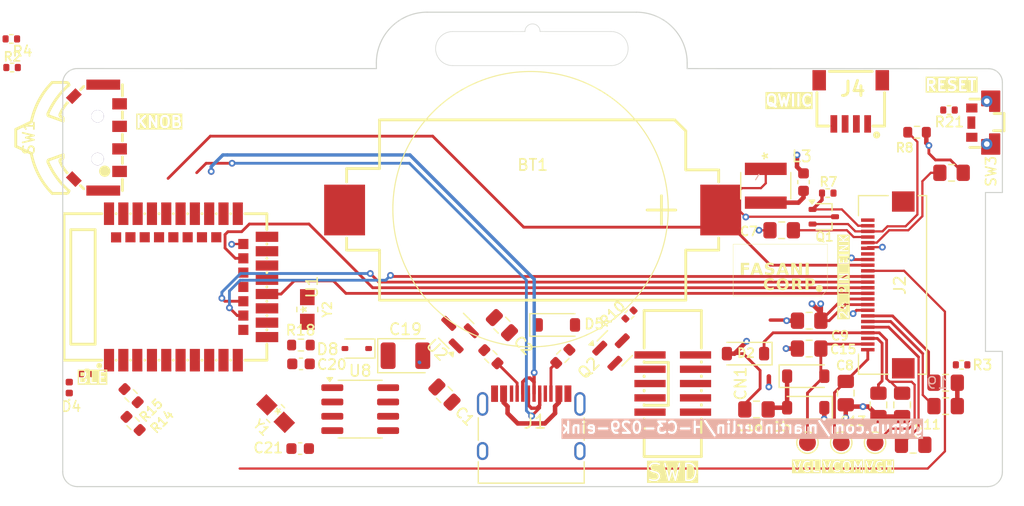
<source format=kicad_pcb>
(kicad_pcb (version 20240108) (generator "pcbnew") (generator_version "8.0")
  (layers (0 "F.Cu" signal) (1 "In1.Cu" signal) (2 "In2.Cu" signal) (31 "B.Cu" signal) (34 "B.Paste" user) (35 "F.Paste" user) (36 "B.SilkS" user "B.Silkscreen") (37 "F.SilkS" user "F.Silkscreen") (38 "B.Mask" user) (39 "F.Mask" user) (44 "Edge.Cuts" user))
  (net 0 "")
  (net 1 "GND")
  (net 2 "Net-(BT1-+)")
  (net 3 "Net-(C6-Pad2)")
  (net 4 "Net-(C7-Pad2)")
  (net 5 "/VCOM")
  (net 6 "Net-(C10-Pad2)")
  (net 7 "Net-(C11-Pad2)")
  (net 8 "Net-(C12-Pad2)")
  (net 9 "Net-(C13-Pad2)")
  (net 10 "PREVGH")
  (net 11 "Net-(D1-A)")
  (net 12 "Net-(D1-K)")
  (net 13 "Net-(D2-A)")
  (net 14 "Net-(D8-K)")
  (net 15 "Net-(U8-OSCI)")
  (net 16 "Net-(U8-OSCO)")
  (net 17 "Net-(J1-CC1)")
  (net 18 "/USB_D+")
  (net 19 "/USB_D-")
  (net 21 "+3V3")
  (net 23 "/EPD_CLK")
  (net 24 "/EPD_CS")
  (net 25 "/EPD_RST")
  (net 26 "/EPD_BUSY")
  (net 28 "unconnected-(J2-Pad19)")
  (net 29 "Net-(Q1-S)")
  (net 30 "Net-(Q1-G)")
  (net 32 "SW2")
  (net 33 "/RTC_INT")
  (net 34 "/SDA")
  (net 35 "/SCL")
  (net 36 "Net-(J1-CC2)")
  (net 45 "/I2C_SCL")
  (net 46 "/I2C_SDA")
  (net 47 "/MCU_RST")
  (net 48 "Net-(D4-A)")
  (net 49 "Net-(R2-Pad2)")
  (net 50 "Net-(R4-Pad2)")
  (net 51 "Net-(U1-P1.13)")
  (net 52 "SW1")
  (net 53 "/EPD_MOSI")
  (net 54 "/EPD_DC")
  (net 76 "SWDIO")
  (net 77 "SWO ??")
  (net 78 "SWCLK")
  (net 79 "+VIN")
  (net 80 "Net-(U1-XL1)")
  (net 81 "Net-(U1-XL2)")
  (net 82 "+VBUS")
  (net 83 "SW0")
  (footprint "footprints:C318951_TM-2023-1" (layer "F.Cu") (at 89.12 50.628 90)
    (property "Reference" "SW1")
    (property "Value" "TM-2023")
  )
  (footprint "Capacitor_SMD:C_0805_2012Metric_Pad1.18x1.45mm_HandSolder" (layer "F.Cu") (at 160.6 74.35 90)
    (property "Reference" "C14" (hide yes))
    (property "Value" "4.7uF")
  )
  (footprint "Resistor_SMD:R_0402_1005Metric" (layer "F.Cu") (at 81.608 44.406)
    (property "Reference" "R2")
    (property "Value" "1k")
  )
  (footprint "TestPoint:TestPoint_Pad_D1.5mm" (layer "F.Cu") (at 158.2 77.7)
    (property "Reference" "TP1" (hide yes))
    (property "Value" "VGH")
  )
  (footprint "Diode_SMD:D_SOD-323" (layer "F.Cu") (at 112.2025 69.346 180)
    (property "Reference" "D8")
    (property "Value" "1N4148WS")
  )
  (footprint "Capacitor_SMD:C_0603_1608Metric" (layer "F.Cu") (at 107.251 70.71 180)
    (property "Reference" "C20")
    (property "Value" "12 pF")
  )
  (footprint "Resistor_SMD:R_0402_1005Metric" (layer "F.Cu") (at 164.762 48.179)
    (property "Reference" "R21")
    (property "Value" "10k")
  )
  (footprint "footprints:BAT-SMD_BS-24-B4AA016" (layer "F.Cu") (at 127.810608 57.053221)
    (property "Reference" "BT1")
    (property "Value" "Battery_Cell")
  )
  (footprint "Diode_SMD:D_SOD-123" (layer "F.Cu") (at 146.7 69.8 180)
    (property "Reference" "D2")
    (property "Value" "MBR0530")
  )
  (footprint "footprints:SWPA4030S1R0NT" (layer "F.Cu") (at 148.5 54.9 -90)
    (property "Reference" "L3")
    (property "Value" "10uH" (hide yes))
  )
  (footprint "Capacitor_SMD:C_0805_2012Metric_Pad1.18x1.45mm_HandSolder" (layer "F.Cu") (at 155.6 73.3 90)
    (property "Reference" "C8")
    (property "Value" "1uF")
  )
  (footprint "Resistor_SMD:R_0402_1005Metric" (layer "F.Cu") (at 88.258 71.57)
    (property "Reference" "R5" (hide yes))
    (property "Value" "3.3k")
  )
  (footprint "footprints:KEY-SMD_K2-1806SQ-A3DW-04" (layer "F.Cu") (at 167.615 49.297 -90)
    (property "Reference" "SW3")
    (property "Value" "K2-1806SQ-A2DW-04" (hide yes))
  )
  (footprint "Resistor_SMD:R_0603_1608Metric" (layer "F.Cu") (at 92.171637 73.529637 135)
    (property "Reference" "R15")
    (property "Value" "5.1k")
  )
  (footprint "LED_SMD:LED_0402_1005Metric" (layer "F.Cu") (at 86.684 72.811 90)
    (property "Reference" "D4")
    (property "Value" "LED")
  )
  (footprint "Capacitor_Tantalum_SMD:CP_EIA-3528-21_Kemet-B" (layer "F.Cu") (at 116.5195 69.983)
    (property "Reference" "C19")
    (property "Value" "C_Polarized 100uF")
  )
  (footprint "TestPoint:TestPoint_Pad_D1.5mm" (layer "F.Cu") (at 155.2 77.7)
    (property "Reference" "TP2" (hide yes))
    (property "Value" "VCOM")
  )
  (footprint "Capacitor_SMD:C_0805_2012Metric_Pad1.18x1.45mm_HandSolder" (layer "F.Cu") (at 161.58 77.89 180)
    (property "Reference" "C11")
    (property "Value" "4.7uF")
  )
  (footprint "Package_TO_SOT_SMD:SOT-23" (layer "F.Cu") (at 121.027913 67.777913 135)
    (property "Reference" "U2")
    (property "Value" "MCP1700-3302E_SOT23")
  )
  (footprint "Diode_SMD:D_SOD-123" (layer "F.Cu") (at 152.045 71.8)
    (property "Reference" "D1" (hide yes))
    (property "Value" "MBR0530")
  )
  (footprint "Capacitor_SMD:C_0805_2012Metric_Pad1.18x1.45mm_HandSolder" (layer "F.Cu") (at 147.675 74.75 180)
    (property "Reference" "C16")
    (property "Value" "4.7uF 50V")
  )
  (footprint "Resistor_SMD:R_0402_1005Metric" (layer "F.Cu") (at 165.879 70.792 180)
    (property "Reference" "R3")
    (property "Value" "10k")
  )
  (footprint "Package_SO:SOIC-8_3.9x4.9mm_P1.27mm" (layer "F.Cu") (at 112.505 74.725)
    (property "Reference" "U8")
    (property "Value" "PCF8563T")
  )
  (footprint "Package_TO_SOT_SMD:SOT-23" (layer "F.Cu") (at 135.101 69.3205 45)
    (property "Reference" "Q2")
    (property "Value" "Si2301CDS")
  )
  (footprint "footprints:C42372555-SWD_10P-P1.27" (layer "F.Cu") (at 140.245 72.454 -90)
    (property "Reference" "CN1")
    (property "Value" "HX JN1.27-2X5 TP H4.9")
  )
  (footprint "Capacitor_SMD:C_0805_2012Metric_Pad1.18x1.45mm_HandSolder" (layer "F.Cu") (at 164.9875 53.75 180)
    (property "Reference" "C6" (hide yes))
    (property "Value" "4.7uF")
  )
  (footprint "Capacitor_SMD:C_0603_1608Metric" (layer "F.Cu") (at 151.85 54.575 -90)
    (property "Reference" "C17" (hide yes))
    (property "Value" "4.7uF")
  )
  (footprint "Diode_SMD:D_SOD-123" (layer "F.Cu") (at 152.045 74.6 180)
    (property "Reference" "D3")
    (property "Value" "MBR0530")
  )
  (footprint "Capacitor_SMD:C_0805_2012Metric_Pad1.18x1.45mm_HandSolder" (layer "F.Cu") (at 149.9125 58.85)
    (property "Reference" "C7")
    (property "Value" "4.7uF")
  )
  (footprint "Capacitor_SMD:C_0805_2012Metric_Pad1.18x1.45mm_HandSolder" (layer "F.Cu") (at 152.35 66.875)
    (property "Reference" "C9")
    (property "Value" "1uF")
  )
  (footprint "Diode_SMD:D_SOD-123" (layer "F.Cu") (at 129.918 67.253)
    (property "Reference" "D5")
    (property "Value" "1N5817")
  )
  (footprint "footprints:C356849-nRF52840" (layer "F.Cu") (at 97.222 63.88 -90)
    (property "Reference" "U1")
    (property "Value" "E73-2G4M08S1C")
  )
  (footprint "Resistor_SMD:R_0603_1608Metric" (layer "F.Cu") (at 130.485637 70.038363 45)
    (property "Reference" "R20" (hide yes))
    (property "Value" "5.1k" (hide yes))
  )
  (footprint "Capacitor_SMD:C_0603_1608Metric" (layer "F.Cu") (at 107.178 78.226)
    (property "Reference" "C21")
    (property "Value" "12 pF")
  )
  (footprint "Resistor_SMD:R_0603_1608Metric" (layer "F.Cu") (at 107.244 69.037 180)
    (property "Reference" "R18")
    (property "Value" "10 K")
  )
  (footprint "footprints:USB_C_Receptacle_HRO_TYPE-C-31-M-12" (layer "F.Cu") (at 127.685 77.394)
    (property "Reference" "J1")
    (property "Value" "USB_C_Receptacle_USB2.0")
  )
  (footprint "Capacitor_SMD:C_0805_2012Metric" (layer "F.Cu") (at 125.085 67.27 135)
    (property "Reference" "C2")
    (property "Value" "10uF")
  )
  (footprint "footprints:Q13FC1350000400-Crystal" (layer "F.Cu") (at 104.994698 75.118698 135)
    (property "Reference" "Y1")
    (property "Value" "Crystal_Small" (hide yes))
  )
  (footprint "Capacitor_SMD:C_0805_2012Metric_Pad1.18x1.45mm_HandSolder" (layer "F.Cu") (at 164.4625 72.3825 180)
    (property "Reference" "C10" (hide yes))
    (property "Value" "1uF")
  )
  (footprint "footprints:Q13FC1350000400-Crystal" (layer "F.Cu") (at 107.81 65.8808 -90)
    (property "Reference" "Y2")
    (property "Value" "RTC_Crystal_32MHz" (hide yes))
  )
  (footprint "Capacitor_SMD:C_0805_2012Metric" (layer "F.Cu") (at 119.983 73.431 135)
    (property "Reference" "C1")
    (property "Value" "10uF")
  )
  (footprint "Resistor_SMD:R_0603_1608Metric" (layer "F.Cu") (at 92.347637 75.994637 135)
    (property "Reference" "R14")
    (property "Value" "5.1k")
  )
  (footprint "footprints:AFC24-S24FIC-00" (layer "F.Cu") (at 159.75 63.7 90)
    (property "Reference" "J2")
    (property "Value" "AFC24-S24FIC-00" (hide yes))
  )
  (footprint "Resistor_SMD:R_0402_1005Metric" (layer "F.Cu") (at 154 55.55)
    (property "Reference" "R7")
    (property "Value" "10K")
  )
  (footprint "Resistor_SMD:R_0603_1608Metric" (layer "F.Cu") (at 161.925 50.15)
    (property "Reference" "R8")
    (property "Value" "0.47R")
  )
  (footprint "Capacitor_SMD:C_0805_2012Metric_Pad1.18x1.45mm_HandSolder" (layer "F.Cu") (at 152.35 69.35)
    (property "Reference" "C15")
    (property "Value" "4.7uF")
  )
  (footprint "Resistor_SMD:R_0603_1608Metric" (layer "F.Cu") (at 124.102 70.074 135)
    (property "Reference" "R1" (hide yes))
    (property "Value" "5.1k" (hide yes))
  )
  (footprint "Resistor_SMD:R_0402_1005Metric" (layer "F.Cu") (at 136.402376 66.329624 45)
    (property "Reference" "R10")
    (property "Value" "10K")
  )
  (footprint "Resistor_SMD:R_0402_1005Metric" (layer "F.Cu") (at 81.543 41.867)
    (property "Reference" "R4")
    (property "Value" "1k")
  )
  (footprint "TestPoint:TestPoint_Pad_D1.5mm" (layer "F.Cu") (at 152.2 77.7)
    (property "Reference" "TP3" (hide yes))
    (property "Value" "PREVGL")
  )
  (footprint "Package_TO_SOT_SMD:SOT-323_SC-70" (layer "F.Cu") (at 153.65 57.65)
    (property "Reference" "Q1")
    (property "Value" "Si1308")
  )
  (footprint "Capacitor_SMD:C_0805_2012Metric_Pad1.18x1.45mm_HandSolder" (layer "F.Cu") (at 164.4625 74.4575 180)
    (property "Reference" "C12" (hide yes))
    (property "Value" "1uF")
  )
  (footprint "Capacitor_SMD:C_0805_2012Metric_Pad1.18x1.45mm_HandSolder" (layer "F.Cu") (at 158.5 74.35 90)
    (property "Reference" "C13")
    (property "Value" "4.7uF")
  )
  (footprint "footprints:QWIIC_SM04B-SRSS-TB_LFSN_" (layer "F.Cu") (at 159.041 44.75 180)
    (property "Reference" "J4")
    (property "Value" "SM04B-SRSS-TB_LF__SN_" (hide yes))
  )
  (gr_line (start 147.6 54.37) (end 147.89 53.89) (stroke (width 0.1)) (layer "B.SilkS"))
  (gr_poly (pts (xy 151.2652 63.118652) (xy 151.291579 63.119596) (xy 151.316917 63.121168) (xy 151.341214 63.12337) (xy 151.364469 63.126201) (xy 151.386683 63.129661) (xy 151.407856 63.13375) (xy 151.427987 63.138468) (xy 151.43766 63.141058) (xy 151.447067 63.143794) (xy 151.456208 63.146676) (xy 151.465083 63.149705) (xy 151.473693 63.15288) (xy 151.482036 63.156202) (xy 151.490114 63.15967) (xy 151.497927 63.163284) (xy 151.505473 63.167045) (xy 151.512754 63.170953) (xy 151.519769 63.175007) (xy 151.526518 63.179207) (xy 151.533002 63.183554) (xy 151.53922 63.188047) (xy 151.545172 63.192687) (xy 151.550858 63.197473) (xy 151.556311 63.202379) (xy 151.561564 63.207377) (xy 151.566616 63.212467) (xy 151.571467 63.217649) (xy 151.576117 63.222924) (xy 151.580567 63.22829) (xy 151.584816 63.233749) (xy 151.588865 63.239299) (xy 151.592713 63.244942) (xy 151.59636 63.250677) (xy 151.599807 63.256505) (xy 151.603052 63.262424) (xy 151.606098 63.268436) (xy 151.608942 63.274539) (xy 151.611586 63.280735) (xy 151.614029 63.287023) (xy 151.616383 63.293338) (xy 151.618585 63.29979) (xy 151.620635 63.306376) (xy 151.622533 63.313098) (xy 151.624279 63.319956) (xy 151.625874 63.32695) (xy 151.627316 63.334079) (xy 151.628607 63.341343) (xy 151.629746 63.348743) (xy 151.630733 63.356279) (xy 151.631569 63.36395) (xy 151.632252 63.371757) (xy 151.632783 63.379699) (xy 151.633163 63.387777) (xy 151.633391 63.39599) (xy 151.633467 63.40434) (xy 151.633467 63.404344) (xy 151.632689 63.429218) (xy 151.630354 63.452991) (xy 151.626463 63.475663) (xy 151.621015 63.497234) (xy 151.617707 63.507607) (xy 151.614011 63.517704) (xy 151.609925 63.527526) (xy 151.60545 63.537073) (xy 151.600586 63.546345) (xy 151.595333 63.555341) (xy 151.58969 63.564063) (xy 151.583659 63.572509) (xy 151.577238 63.58068) (xy 151.570429 63.588575) (xy 151.56323 63.596196) (xy 151.555642 63.603541) (xy 151.547665 63.610611) (xy 151.539299 63.617405) (xy 151.530544 63.623925) (xy 151.521399 63.630169) (xy 151.501943 63.641832) (xy 151.48093 63.652394) (xy 151.458361 63.661855) (xy 151.434235 63.670215) (xy 151.441714 63.672083) (xy 151.449052 63.674217) (xy 151.456248 63.676617) (xy 151.463304 63.679283) (xy 151.470219 63.682214) (xy 151.476993 63.685411) (xy 151.483625 63.688874) (xy 151.490117 63.692602) (xy 151.496468 63.696597) (xy 151.502677 63.700857) (xy 151.508746 63.705383) (xy 151.514674 63.710174) (xy 151.520461 63.715231) (xy 151.526106 63.720554) (xy 151.531611 63.726143) (xy 151.536975 63.731998) (xy 151.542344 63.738112) (xy 151.547691 63.744482) (xy 151.553017 63.751107) (xy 151.558321 63.757986) (xy 151.563603 63.76512) (xy 151.568864 63.77251) (xy 151.574103 63.780154) (xy 151.57932 63.788053) (xy 151.584516 63.796207) (xy 151.589689 63.804616) (xy 151.599972 63.822198) (xy 151.610168 63.840801) (xy 151.620277 63.860423) (xy 151.765362 64.154759) (xy 151.480745 64.154759) (xy 151.354404 63.897215) (xy 151.349962 63.88827) (xy 151.345488 63.879655) (xy 151.340981 63.871371) (xy 151.336441 63.863418) (xy 151.33187 63.855795) (xy 151.327265 63.848504) (xy 151.322628 63.841543) (xy 151.317959 63.834912) (xy 151.313257 63.828613) (xy 151.308522 63.822645) (xy 151.303755 63.817007) (xy 151.298955 63.8117) (xy 151.294123 63.806724) (xy 151.289258 63.802078) (xy 151.284361 63.797764) (xy 151.279431 63.79378) (xy 151.274458 63.789998) (xy 151.269257 63.786459) (xy 151.263828 63.783164) (xy 151.258172 63.780114) (xy 151.252287 63.777307) (xy 151.246175 63.774745) (xy 151.239835 63.772426) (xy 151.233268 63.770352) (xy 151.226472 63.768521) (xy 151.219449 63.766935) (xy 151.212198 63.765593) (xy 151.204719 63.764494) (xy 151.197013 63.76364) (xy 151.189078 63.76303) (xy 151.180916 63.762664) (xy 151.172526 63.762542) (xy 151.09686 63.762542) (xy 151.09686 64.154759) (xy 150.829598 64.154759) (xy 150.829598 63.312017) (xy 151.096861 63.312017) (xy 151.096861 63.577888) (xy 151.209319 63.577888) (xy 151.219962 63.577761) (xy 151.230199 63.577379) (xy 151.240028 63.576741) (xy 151.249451 63.575849) (xy 151.258468 63.574702) (xy 151.267077 63.573301) (xy 151.27528 63.571644) (xy 151.283076 63.569732) (xy 151.290465 63.567566) (xy 151.297448 63.565144) (xy 151.304024 63.562468) (xy 151.310193 63.559536) (xy 151.315955 63.55635) (xy 151.321311 63.552909) (xy 151.32626 63.549213) (xy 151.330802 63.545261) (xy 151.335089 63.541042) (xy 151.339099 63.53654) (xy 151.342833 63.531757) (xy 151.346291 63.526691) (xy 151.349472 63.521344) (xy 151.352376 63.515715) (xy 151.355003 63.509803) (xy 151.357354 63.50361) (xy 151.359429 63.497135) (xy 151.361227 63.490377) (xy 151.362748 63.483338) (xy 151.363993 63.476016) (xy 151.364961 63.468413) (xy 151.365652 63.460527) (xy 151.366067 63.452359) (xy 151.366205 63.443909) (xy 151.366205 63.443913) (xy 151.366056 63.434972) (xy 151.365608 63.426373) (xy 151.364862 63.418116) (xy 151.363818 63.4102) (xy 151.362476 63.402627) (xy 151.360836 63.395394) (xy 151.358897 63.388504) (xy 151.35666 63.381955) (xy 151.354124 63.375748) (xy 151.351291 63.369883) (xy 151.348159 63.364359) (xy 151.344728 63.359177) (xy 151.341 63.354337) (xy 151.336973 63.349839) (xy 151.332648 63.345682) (xy 151.328025 63.341867) (xy 151.323087 63.338252) (xy 151.317818 63.334871) (xy 151.312218 63.331722) (xy 151.306288 63.328807) (xy 151.300027 63.326126) (xy 151.293435 63.323677) (xy 151.286512 63.321462) (xy 151.279258 63.319479) (xy 151.271674 63.31773) (xy 151.263758 63.316214) (xy 151.255512 63.314932) (xy 151.246935 63.313882) (xy 151.238027 63.313066) (xy 151.228789 63.312483) (xy 151.219219 63.312133) (xy 151.209319 63.312017) (xy 151.096861 63.312017) (xy 150.829598 63.312017) (xy 150.829598 63.118338) (xy 151.23778 63.118338)) (fill solid) (layer "F.SilkS"))
  (gr_line (start 145.602952 64.676953) (end 153.440753 64.676953) (stroke (width 0.034395)) (layer "F.SilkS"))
  (gr_poly (pts (xy 152.312722 62.803526) (xy 152.03847 62.803526) (xy 152.03847 61.74) (xy 152.312722 61.74)) (fill solid) (layer "F.SilkS"))
  (gr_poly (pts (xy 148.251611 62.803526) (xy 147.975934 62.803526) (xy 147.908974 62.609768) (xy 147.480144 62.609768) (xy 147.412471 62.803526) (xy 147.136794 62.803526) (xy 147.281648 62.412447) (xy 147.548529 62.412447) (xy 147.839877 62.412447) (xy 147.694559 61.989316) (xy 147.548529 62.412447) (xy 147.281648 62.412447) (xy 147.53072 61.74) (xy 147.857685 61.74)) (fill solid) (layer "F.SilkS"))
  (gr_line (start 153.974952 60.084008) (end 145.602952 60.084008) (stroke (width 0.034395)) (layer "F.SilkS"))
  (gr_line (start 153.974952 64.136446) (end 153.974952 60.084008) (stroke (width 0.034395)) (layer "F.SilkS"))
  (gr_poly (pts (xy 152.487364 63.118673) (xy 152.510416 63.119665) (xy 152.532811 63.121319) (xy 152.554551 63.123635) (xy 152.575634 63.126613) (xy 152.596061 63.130252) (xy 152.615832 63.134552) (xy 152.634946 63.139515) (xy 152.653404 63.145139) (xy 152.671206 63.151424) (xy 152.688352 63.158372) (xy 152.704842 63.16598) (xy 152.720675 63.174251) (xy 152.735853 63.183183) (xy 152.750374 63.192776) (xy 152.764238 63.203032) (xy 152.777436 63.213946) (xy 152.789782 63.225516) (xy 152.801277 63.237743) (xy 152.81192 63.250626) (xy 152.821712 63.264165) (xy 152.830653 63.27836) (xy 152.838741 63.293212) (xy 152.845979 63.30872) (xy 152.852365 63.324884) (xy 152.857899 63.341705) (xy 152.862582 63.359182) (xy 152.866414 63.377315) (xy 152.869394 63.396104) (xy 152.871523 63.41555) (xy 152.8728 63.435652) (xy 152.873226 63.45641) (xy 152.8728 63.47717) (xy 152.871523 63.49728) (xy 152.869394 63.516738) (xy 152.866414 63.535546) (xy 152.862582 63.553704) (xy 152.857899 63.57121) (xy 152.852365 63.588066) (xy 152.845979 63.60427) (xy 152.838741 63.619824) (xy 152.830653 63.634728) (xy 152.821712 63.648981) (xy 152.81192 63.662582) (xy 152.801277 63.675534) (xy 152.789782 63.687834) (xy 152.777436 63.699484) (xy 152.764238 63.710483) (xy 152.750292 63.720738) (xy 152.735701 63.730332) (xy 152.720464 63.739264) (xy 152.704582 63.747534) (xy 152.688054 63.755143) (xy 152.670881 63.76209) (xy 152.653063 63.768376) (xy 152.634599 63.774) (xy 152.61549 63.778962) (xy 152.595735 63.783263) (xy 152.575335 63.786902) (xy 152.55429 63.789879) (xy 152.5326 63.792195) (xy 152.510264 63.793849) (xy 152.487282 63.794842) (xy 152.463655 63.795173) (xy 152.287332 63.795173) (xy 152.287332 64.154763) (xy 152.02007 64.154763) (xy 152.02007 63.312017) (xy 152.287332 63.312017) (xy 152.287332 63.601494) (xy 152.435194 63.601494) (xy 152.44469 63.60135) (xy 152.453915 63.600919) (xy 152.462869 63.6002) (xy 152.471552 63.599194) (xy 152.479964 63.597901) (xy 152.488104 63.59632) (xy 152.495973 63.594452) (xy 152.503571 63.592296) (xy 152.510898 63.589853) (xy 152.517954 63.587122) (xy 152.524739 63.584104) (xy 152.531252 63.580798) (xy 152.537494 63.577205) (xy 152.543465 63.573325) (xy 152.549165 63.569157) (xy 152.554594 63.564701) (xy 152.559806 63.559885) (xy 152.564682 63.554809) (xy 152.569221 63.549473) (xy 152.573424 63.543876) (xy 152.577291 63.538019) (xy 152.580821 63.531901) (xy 152.584016 63.525524) (xy 152.586874 63.518885) (xy 152.589396 63.511987) (xy 152.591581 63.504828) (xy 152.593431 63.497409) (xy 152.594944 63.48973) (xy 152.596121 63.481791) (xy 152.596961 63.473591) (xy 152.597466 63.465131) (xy 152.597634 63.45641) (xy 152.597466 63.447692) (xy 152.596961 63.439239) (xy 152.596121 63.431053) (xy 152.594944 63.423132) (xy 152.593431 63.415477) (xy 152.591581 63.408087) (xy 152.589396 63.400964) (xy 152.586874 63.394106) (xy 152.584016 63.387514) (xy 152.580821 63.381188) (xy 152.577291 63.375127) (xy 152.573424 63.369332) (xy 152.569221 63.363803) (xy 152.564682 63.358539) (xy 152.559806 63.353542) (xy 152.554594 63.348809) (xy 152.549165 63.344354) (xy 152.543465 63.340186) (xy 152.537494 63.336305) (xy 152.531252 63.332712) (xy 152.524739 63.329407) (xy 152.517954 63.326388) (xy 152.510898 63.323658) (xy 152.503571 63.321214) (xy 152.495973 63.319059) (xy 152.488104 63.31719) (xy 152.479964 63.31561) (xy 152.471552 63.314316) (xy 152.462869 63.31331) (xy 152.453915 63.312592) (xy 152.44469 63.312161) (xy 152.435194 63.312017) (xy 152.287332 63.312017) (xy 152.02007 63.312017) (xy 152.02007 63.118342) (xy 152.463655 63.118342)) (fill solid) (layer "F.SilkS"))
  (gr_poly (pts (xy 148.866664 61.72159) (xy 148.911697 61.724061) (xy 148.957309 61.72818) (xy 149.0035 61.733945) (xy 149.05027 61.741358) (xy 149.097618 61.750418) (xy 149.145545 61.761125) (xy 149.194052 61.77348) (xy 149.194052 61.99858) (xy 149.172066 61.989005) (xy 149.150276 61.980048) (xy 149.12868 61.971709) (xy 149.107279 61.963987) (xy 149.086073 61.956883) (xy 149.065062 61.950397) (xy 149.044245 61.944529) (xy 149.023623 61.939278) (xy 149.003196 61.934646) (xy 148.982964 61.93063) (xy 148.962927 61.927233) (xy 148.943084 61.924453) (xy 148.923436 61.922292) (xy 148.903983 61.920747) (xy 148.884725 61.919821) (xy 148.865662 61.919512) (xy 148.840596 61.919968) (xy 148.828765 61.920539) (xy 148.817401 61.921337) (xy 148.806504 61.922364) (xy 148.796075 61.923619) (xy 148.786113 61.925102) (xy 148.776619 61.926814) (xy 148.767592 61.928753) (xy 148.759033 61.930921) (xy 148.750941 61.933317) (xy 148.743317 61.935941) (xy 148.73616 61.938793) (xy 148.729471 61.941874) (xy 148.723249 61.945182) (xy 148.717495 61.948719) (xy 148.712146 61.952378) (xy 148.707143 61.956232) (xy 148.704771 61.958232) (xy 148.702485 61.960281) (xy 148.700286 61.962378) (xy 148.698172 61.964524) (xy 148.696145 61.966719) (xy 148.694204 61.968962) (xy 148.69235 61.971254) (xy 148.690581 61.973595) (xy 148.688899 61.975985) (xy 148.687303 61.978423) (xy 148.685794 61.98091) (xy 148.684371 61.983446) (xy 148.683034 61.98603) (xy 148.681783 61.988663) (xy 148.680618 61.991345) (xy 148.67954 61.994075) (xy 148.678548 61.996855) (xy 148.677642 61.999682) (xy 148.676823 62.002559) (xy 148.67609 62.005484) (xy 148.675443 62.008458) (xy 148.674882 62.011481) (xy 148.674019 62.017672) (xy 148.673502 62.024058) (xy 148.673329 62.03064) (xy 148.673463 62.036166) (xy 148.673864 62.041525) (xy 148.674531 62.046717) (xy 148.675466 62.051742) (xy 148.676668 62.056601) (xy 148.678138 62.061292) (xy 148.679874 62.065816) (xy 148.681877 62.070174) (xy 148.684148 62.074365) (xy 148.686686 62.078388) (xy 148.689491 62.082245) (xy 148.692563 62.085935) (xy 148.695902 62.089457) (xy 148.699508 62.092813) (xy 148.703381 62.096002) (xy 148.707522 62.099024) (xy 148.711968 62.101848) (xy 148.71676 62.104623) (xy 148.721897 62.107347) (xy 148.727378 62.110021) (xy 148.733205 62.112645) (xy 148.739377 62.115219) (xy 148.745894 62.117742) (xy 148.752756 62.120216) (xy 148.759963 62.122639) (xy 148.767514 62.125013) (xy 148.775411 62.127336) (xy 148.783653 62.129609) (xy 148.79224 62.131832) (xy 148.801173 62.134005) (xy 148.81045 62.136128) (xy 148.820072 62.138201) (xy 148.936896 62.161707) (xy 148.957901 62.166128) (xy 148.978178 62.170845) (xy 148.997726 62.175857) (xy 149.016544 62.181163) (xy 149.034634 62.186765) (xy 149.051995 62.192661) (xy 149.068626 62.198852) (xy 149.084529 62.205338) (xy 149.099702 62.212119) (xy 149.114146 62.219195) (xy 149.127862 62.226566) (xy 149.140848 62.234232) (xy 149.153105 62.242193) (xy 149.164634 62.250448) (xy 149.175433 62.258998) (xy 149.185503 62.267844) (xy 149.194992 62.277007) (xy 149.203868 62.286688) (xy 149.212133 62.296887) (xy 149.219785 62.307602) (xy 149.226825 62.318836) (xy 149.233253 62.330587) (xy 149.239068 62.342855) (xy 149.244272 62.355641) (xy 149.248863 62.368944) (xy 149.252842 62.382765) (xy 149.256209 62.397104) (xy 149.258964 62.41196) (xy 149.261106 62.427333) (xy 149.262637 62.443224) (xy 149.263555 62.459632) (xy 149.263861 62.476558) (xy 149.263438 62.498964) (xy 149.262169 62.52059) (xy 149.260054 62.541437) (xy 149.257094 62.561506) (xy 149.253287 62.580795) (xy 149.248635 62.599304) (xy 149.243136 62.617035) (xy 149.236792 62.633987) (xy 149.229602 62.650159) (xy 149.221566 62.665552) (xy 149.212684 62.680166) (xy 149.202956 62.694001) (xy 149.192382 62.707057) (xy 149.180962 62.719334) (xy 149.168696 62.730831) (xy 149.155585 62.741549) (xy 149.141666 62.751555) (xy 149.12698 62.760915) (xy 149.111525 62.76963) (xy 149.095303 62.7777) (xy 149.078312 62.785123) (xy 149.060554 62.791902) (xy 149.042027 62.798034) (xy 149.022733 62.803522) (xy 149.00267 62.808363) (xy 148.98184 62.812559) (xy 148.960242 62.81611) (xy 148.937875 62.819015) (xy 148.914741 62.821275) (xy 148.890838 62.822888) (xy 148.866168 62.823857) (xy 148.840729 62.82418) (xy 148.815516 62.823882) (xy 148.790276 62.822989) (xy 148.765007 62.8215) (xy 148.73971 62.819416) (xy 148.714386 62.816736) (xy 148.689034 62.813461) (xy 148.663654 62.809591) (xy 148.638246 62.805125) (xy 148.61281 62.800063) (xy 148.587347 62.794407) (xy 148.561855 62.788154) (xy 148.536336 62.781306) (xy 148.510789 62.773863) (xy 148.485215 62.765824) (xy 148.459612 62.75719) (xy 148.433982 62.74796) (xy 148.433982 62.516449) (xy 148.459676 62.529648) (xy 148.485114 62.541994) (xy 148.510297 62.553489) (xy 148.535223 62.564133) (xy 148.559894 62.573925) (xy 148.584308 62.582865) (xy 148.608467 62.590954) (xy 148.632369 62.598192) (xy 148.656016 62.604578) (xy 148.679406 62.610112) (xy 148.70254 62.614796) (xy 148.725419 62.618627) (xy 148.748041 62.621607) (xy 148.770408 62.623736) (xy 148.792518 62.625013) (xy 148.814372 62.625439) (xy 148.828163 62.625272) (xy 148.841397 62.624771) (xy 148.854074 62.623936) (xy 148.866195 62.622767) (xy 148.877759 62.621264) (xy 148.888767 62.619427) (xy 148.899219 62.617256) (xy 148.909114 62.614751) (xy 148.91393 62.613298) (xy 148.918586 62.611789) (xy 148.92308 62.610225) (xy 148.927412 62.608605) (xy 148.931583 62.60693) (xy 148.935593 62.605199) (xy 148.939441 62.603412) (xy 148.943128 62.60157) (xy 148.946654 62.599672) (xy 148.950018 62.597719) (xy 148.953221 62.59571) (xy 148.956262 62.593646) (xy 148.959142 62.591526) (xy 148.96186 62.589351) (xy 148.964418 62.58712) (xy 148.966813 62.584834) (xy 148.969084 62.582435) (xy 148.971266 62.580048) (xy 148.973358 62.577671) (xy 148.975362 62.575306) (xy 148.977276 62.572952) (xy 148.979101 62.570609) (xy 148.980838 62.568277) (xy 148.982485 62.565957) (xy 148.984043 62.563647) (xy 148.985512 62.561349) (xy 148.986893 62.559061) (xy 148.988184 62.556785) (xy 148.989386 62.55452) (xy 148.990499 62.552266) (xy 148.991523 62.550023) (xy 148.992458 62.547791) (xy 148.993321 62.545556) (xy 148.994128 62.543305) (xy 148.994879 62.541037) (xy 148.995575 62.538752) (xy 148.996215 62.536451) (xy 148.996799 62.534133) (xy 148.997328 62.531799) (xy 148.997801 62.529447) (xy 148.998218 62.527079) (xy 148.99858 62.524695) (xy 148.998886 62.522294) (xy 148.999137 62.519876) (xy 148.999331 62.517442) (xy 148.99947 62.51499) (xy 148.999554 62.512523) (xy 148.999582 62.510038) (xy 148.999437 62.503466) (xy 148.999003 62.497106) (xy 148.99828 62.490956) (xy 148.997267 62.485019) (xy 148.995964 62.479292) (xy 148.994373 62.473777) (xy 148.992492 62.468473) (xy 148.990321 62.463381) (xy 148.987862 62.4585) (xy 148.985112 62.453831) (xy 148.982074 62.449373) (xy 148.978746 62.445127) (xy 148.975128 62.441092) (xy 148.971221 62.437268) (xy 148.967025 62.433657) (xy 148.96254 62.430256) (xy 148.957795 62.426989) (xy 148.952645 62.423778) (xy 148.947088 62.420623) (xy 148.941125 62.417523) (xy 148.934755 62.414479) (xy 148.92798 62.411491) (xy 148.920798 62.408558) (xy 148.91321 62.405681) (xy 148.905216 62.40286) (xy 148.896815 62.400094) (xy 148.888008 62.397384) (xy 148.878795 62.39473) (xy 148.869176 62.392131) (xy 148.85915 62.389588) (xy 148.848718 62.3871) (xy 148.83788 62.384668) (xy 148.731741 62.361162) (xy 148.713064 62.356827) (xy 148.694966 62.352191) (xy 148.677447 62.347255) (xy 148.660506 62.342018) (xy 148.644145 62.336481) (xy 148.628362 62.330643) (xy 148.613158 62.324504) (xy 148.598532 62.318065) (xy 148.584486 62.311326) (xy 148.571018 62.304286) (xy 148.558129 62.296946) (xy 148.545819 62.289305) (xy 148.534088 62.281363) (xy 148.522935 62.273121) (xy 148.512361 62.264578) (xy 148.502366 62.255735) (xy 148.492964 62.246503) (xy 148.484168 62.236791) (xy 148.475979 62.226602) (xy 148.468396 62.215933) (xy 148.46142 62.204786) (xy 148.455051 62.193161) (xy 148.449288 62.181056) (xy 148.444132 62.168473) (xy 148.439583 62.155412) (xy 148.43564 62.141872) (xy 148.432303 62.127853) (xy 148.429574 62.113356) (xy 148.427451 62.098379) (xy 148.425934 62.082925) (xy 148.425024 62.066991) (xy 148.424721 62.050579) (xy 148.425133 62.03033) (xy 148.426368 62.010722) (xy 148.428427 61.991753) (xy 148.43131 61.973424) (xy 148.435016 61.955735) (xy 148.439547 61.938686) (xy 148.4449 61.922277) (xy 148.451078 61.906508) (xy 148.458079 61.891379) (xy 148.465903 61.87689) (xy 148.474551 61.863041) (xy 148.484023 61.849832) (xy 148.494319 61.837264) (xy 148.505438 61.825335) (xy 148.517381 61.814046) (xy 148.530148 61.803397) (xy 148.543643 61.793392) (xy 148.557773 61.784031) (xy 148.572537 61.775316) (xy 148.587936 61.767247) (xy 148.60397 61.759823) (xy 148.620637 61.753045) (xy 148.637939 61.746912) (xy 148.655876 61.741425) (xy 148.674447 61.736583) (xy 148.693653 61.732387) (xy 148.713492 61.728836) (xy 148.733967 61.725931) (xy 148.755075 61.723672) (xy 148.776819 61.722058) (xy 148.799196 61.72109) (xy 148.822208 61.720767) (xy 148.822209 61.720767)) (fill solid) (layer "F.SilkS"))
  (gr_line (start 145.602952 60.084008) (end 145.602952 64.676953) (stroke (width 0.034395)) (layer "F.SilkS"))
  (gr_poly (pts (xy 150.029532 63.100154) (xy 150.059501 63.101813) (xy 150.088624 63.104579) (xy 150.116901 63.108451) (xy 150.144333 63.11343) (xy 150.170918 63.119514) (xy 150.196657 63.126706) (xy 150.22155 63.135003) (xy 150.245597 63.144407) (xy 150.268798 63.154917) (xy 150.291153 63.166534) (xy 150.312662 63.179257) (xy 150.333325 63.193086) (xy 150.353142 63.208022) (xy 150.372113 63.224064) (xy 150.390238 63.241213) (xy 150.407386 63.259356) (xy 150.423429 63.278384) (xy 150.438364 63.298296) (xy 150.452194 63.319092) (xy 150.464917 63.340771) (xy 150.476534 63.363335) (xy 150.487044 63.386783) (xy 150.496448 63.411115) (xy 150.504746 63.43633) (xy 150.511937 63.46243) (xy 150.518022 63.489414) (xy 150.523001 63.517281) (xy 150.526873 63.546033) (xy 150.529639 63.575669) (xy 150.531299 63.606188) (xy 150.531852 63.637592) (xy 150.531296 63.668912) (xy 150.529628 63.699353) (xy 150.526849 63.728916) (xy 150.522958 63.7576) (xy 150.517955 63.785405) (xy 150.51184 63.812332) (xy 150.504613 63.83838) (xy 150.496275 63.86355) (xy 150.486825 63.887841) (xy 150.476263 63.911253) (xy 150.464589 63.933787) (xy 150.451803 63.955442) (xy 150.437906 63.976219) (xy 150.422897 63.996117) (xy 150.406776 64.015136) (xy 150.389543 64.033277) (xy 150.371421 64.050426) (xy 150.352459 64.066468) (xy 150.332655 64.081404) (xy 150.312011 64.095233) (xy 150.290527 64.107956) (xy 150.268202 64.119573) (xy 150.245036 64.130083) (xy 150.22103 64.139487) (xy 150.196183 64.147784) (xy 150.170495 64.154976) (xy 150.143967 64.16106) (xy 150.116598 64.166039) (xy 150.088388 64.169911) (xy 150.059338 64.172677) (xy 150.029448 64.174336) (xy 149.998716 64.174889) (xy 149.967982 64.174336) (xy 149.938083 64.172677) (xy 149.90902 64.169911) (xy 149.880791 64.166039) (xy 149.853398 64.16106) (xy 149.82684 64.154976) (xy 149.801117 64.147784) (xy 149.776229 64.139487) (xy 149.752177 64.130083) (xy 149.72896 64.119573) (xy 149.706577 64.107956) (xy 149.685031 64.095233) (xy 149.664319 64.081404) (xy 149.644442 64.066468) (xy 149.625401 64.050426) (xy 149.607195 64.033277) (xy 149.590046 64.015136) (xy 149.574004 63.996117) (xy 149.559068 63.976219) (xy 149.545239 63.955442) (xy 149.532515 63.933787) (xy 149.520899 63.911253) (xy 149.510388 63.887841) (xy 149.500984 63.86355) (xy 149.492686 63.83838) (xy 149.485495 63.812332) (xy 149.47941 63.785405) (xy 149.474431 63.7576) (xy 149.470559 63.728916) (xy 149.467793 63.699353) (xy 149.466134 63.668912) (xy 149.465581 63.637592) (xy 149.465581 63.637588) (xy 149.741868 63.637588) (xy 149.742117 63.656868) (xy 149.742866 63.67566) (xy 149.744113 63.693964) (xy 149.745859 63.71178) (xy 149.748105 63.729107) (xy 149.750849 63.745947) (xy 149.754092 63.762298) (xy 149.757834 63.778161) (xy 149.762075 63.793537) (xy 149.766815 63.808423) (xy 149.772054 63.822822) (xy 149.777792 63.836733) (xy 149.784029 63.850156) (xy 149.790765 63.86309) (xy 149.797999 63.875537) (xy 149.805733 63.887495) (xy 149.814053 63.898844) (xy 149.822871 63.90946) (xy 149.827467 63.914493) (xy 149.832188 63.919344) (xy 149.837034 63.924011) (xy 149.842004 63.928496) (xy 149.8471 63.932797) (xy 149.85232 63.936915) (xy 149.857664 63.940851) (xy 149.863134 63.944603) (xy 149.868728 63.948172) (xy 149.874447 63.951558) (xy 149.88029 63.954762) (xy 149.886259 63.957782) (xy 149.892352 63.960619) (xy 149.89857 63.963273) (xy 149.904912 63.965744) (xy 149.91138 63.968032) (xy 149.924689 63.972059) (xy 149.938496 63.975353) (xy 149.952803 63.977916) (xy 149.967609 63.979746) (xy 149.982914 63.980844) (xy 149.998717 63.981211) (xy 150.006898 63.98111) (xy 150.014955 63.980809) (xy 150.022886 63.980308) (xy 150.030693 63.979605) (xy 150.038375 63.978702) (xy 150.045933 63.977599) (xy 150.053365 63.976294) (xy 150.060673 63.97479) (xy 150.067857 63.973084) (xy 150.074915 63.971178) (xy 150.081849 63.969071) (xy 150.088658 63.966763) (xy 150.095342 63.964255) (xy 150.101902 63.961546) (xy 150.108336 63.958637) (xy 150.114646 63.955526) (xy 150.120818 63.952234) (xy 150.126838 63.94878) (xy 150.132706 63.945163) (xy 150.138422 63.941382) (xy 150.143986 63.93744) (xy 150.149399 63.933334) (xy 150.15466 63.929066) (xy 150.159768 63.924635) (xy 150.164725 63.920041) (xy 150.16953 63.915285) (xy 150.174184 63.910366) (xy 150.178685 63.905284) (xy 150.183034 63.90004) (xy 150.187232 63.894632) (xy 150.191278 63.889062) (xy 150.195172 63.88333) (xy 150.19893 63.877374) (xy 150.202569 63.871311) (xy 150.206089 63.865139) (xy 150.209489 63.858858) (xy 150.21277 63.852469) (xy 150.215932 63.845972) (xy 150.218975 63.839366) (xy 150.221898 63.832652) (xy 150.224702 63.825829) (xy 150.227386 63.818898) (xy 150.229951 63.811858) (xy 150.232397 63.804711) (xy 150.234724 63.797454) (xy 150.236931 63.790089) (xy 150.239019 63.782616) (xy 150.240988 63.775035) (xy 150.240987 63.775039) (xy 150.244567 63.759376) (xy 150.247669 63.743279) (xy 150.250294 63.726749) (xy 150.252442 63.709784) (xy 150.254112 63.692386) (xy 150.255305 63.674554) (xy 150.256021 63.656288) (xy 150.25626 63.637588) (xy 150.256021 63.618888) (xy 150.255305 63.600623) (xy 150.254112 63.58279) (xy 150.252442 63.565392) (xy 150.250294 63.548427) (xy 150.247669 63.531897) (xy 150.244567 63.5158) (xy 150.240987 63.500138) (xy 150.236931 63.484931) (xy 150.232397 63.470201) (xy 150.227386 63.455948) (xy 150.224701 63.449001) (xy 150.221897 63.442173) (xy 150.218974 63.435464) (xy 150.215932 63.428875) (xy 150.21277 63.422405) (xy 150.209489 63.416055) (xy 150.206088 63.409824) (xy 150.202569 63.403712) (xy 150.19893 63.39772) (xy 150.195171 63.391847) (xy 150.191277 63.38603) (xy 150.187232 63.380382) (xy 150.183034 63.374902) (xy 150.178684 63.36959) (xy 150.174183 63.364446) (xy 150.16953 63.35947) (xy 150.164725 63.354663) (xy 150.159768 63.350023) (xy 150.154659 63.345551) (xy 150.149398 63.341248) (xy 150.143986 63.337112) (xy 150.138422 63.333145) (xy 150.132705 63.329346) (xy 150.126837 63.325714) (xy 150.120817 63.322251) (xy 150.114646 63.318956) (xy 150.108336 63.315845) (xy 150.101901 63.312936) (xy 150.095342 63.310227) (xy 150.088657 63.307719) (xy 150.081848 63.305411) (xy 150.074915 63.303304) (xy 150.067856 63.301398) (xy 150.060673 63.299692) (xy 150.053365 63.298188) (xy 150.045932 63.296883) (xy 150.038375 63.29578) (xy 150.030693 63.294877) (xy 150.022886 63.294174) (xy 150.014954 63.293673) (xy 150.006898 63.293372) (xy 149.998717 63.293271) (xy 149.987979 63.29345) (xy 149.977457 63.293987) (xy 149.967153 63.294882) (xy 149.957065 63.296135) (xy 149.947195 63.297746) (xy 149.937541 63.299715) (xy 149.928105 63.302042) (xy 149.918885 63.304726) (xy 149.909882 63.307769) (xy 149.901097 63.31117) (xy 149.892528 63.314928) (xy 149.884176 63.319045) (xy 149.876041 63.323519) (xy 149.868123 63.328351) (xy 149.860422 63.333542) (xy 149.852937 63.33909) (xy 149.845773 63.344849) (xy 149.838858 63.350847) (xy 149.832193 63.357084) (xy 149.825777 63.363559) (xy 149.819611 63.370273) (xy 149.813694 63.377226) (xy 149.808027 63.384417) (xy 149.802609 63.391847) (xy 149.79744 63.399516) (xy 149.792522 63.407423) (xy 149.787852 63.415569) (xy 149.783432 63.423953) (xy 149.779261 63.432576) (xy 149.77534 63.441438) (xy 149.771669 63.450539) (xy 149.768247 63.459878) (xy 149.765052 63.469439) (xy 149.762064 63.479206) (xy 149.759282 63.48918) (xy 149.756706 63.49936) (xy 149.754336 63.509745) (xy 149.752172 63.520337) (xy 149.750214 63.531135) (xy 149.748463 63.542139) (xy 149.746917 63.553349) (xy 149.745577 63.564765) (xy 149.744444 63.576387) (xy 149.743516 63.588216) (xy 149.74228 63.61249) (xy 149.741868 63.637588) (xy 149.465581 63.637588) (xy 149.466134 63.606272) (xy 149.467793 63.575831) (xy 149.470559 63.546268) (xy 149.474431 63.517584) (xy 149.47941 63.489779) (xy 149.485495 63.462852) (xy 149.492686 63.436804) (xy 149.500984 63.411634) (xy 149.510388 63.387343) (xy 149.520899 63.363931) (xy 149.532515 63.341397) (xy 149.545239 63.319742) (xy 149.559068 63.298966) (xy 149.574004 63.279068) (xy 149.590046 63.260048) (xy 149.607195 63.241907) (xy 149.625401 63.224675) (xy 149.644442 63.208554) (xy 149.664319 63.193545) (xy 149.685031 63.179648) (xy 149.706577 63.166863) (xy 149.72896 63.15519) (xy 149.752177 63.144628) (xy 149.776229 63.135178) (xy 149.801117 63.126839) (xy 149.82684 63.119613) (xy 149.853398 63.113498) (xy 149.880791 63.108495) (xy 149.90902 63.104604) (xy 149.938083 63.101824) (xy 149.967982 63.100156) (xy 149.998716 63.0996)) (fill solid) (layer "F.SilkS"))
  (gr_poly (pts (xy 153.270298 63.692496) (xy 153.286009 63.693721) (xy 153.301492 63.695739) (xy 153.316726 63.698529) (xy 153.331694 63.702072) (xy 153.346374 63.706348) (xy 153.360749 63.711336) (xy 153.374797 63.717017) (xy 153.388501 63.723371) (xy 153.40184 63.730378) (xy 153.414796 63.738018) (xy 153.427347 63.746271) (xy 153.439476 63.755118) (xy 153.451163 63.764537) (xy 153.462388 63.77451) (xy 153.473132 63.785016) (xy 153.483376 63.796035) (xy 153.493099 63.807548) (xy 153.502283 63.819535) (xy 153.510909 63.831975) (xy 153.518955 63.844848) (xy 153.526404 63.858136) (xy 153.533236 63.871817) (xy 153.539432 63.885872) (xy 153.544971 63.900281) (xy 153.549835 63.915024) (xy 153.554004 63.930081) (xy 153.557458 63.945432) (xy 153.560179 63.961057) (xy 153.562146 63.976936) (xy 153.563341 63.99305) (xy 153.563743 64.009378) (xy 153.563341 64.025706) (xy 153.562146 64.04182) (xy 153.560179 64.0577) (xy 153.557458 64.073325) (xy 153.554004 64.088676) (xy 153.549835 64.103733) (xy 153.544972 64.118476) (xy 153.539432 64.132885) (xy 153.533237 64.14694) (xy 153.526405 64.160621) (xy 153.518956 64.173908) (xy 153.510909 64.186782) (xy 153.502284 64.199222) (xy 153.4931 64.211208) (xy 153.483377 64.222721) (xy 153.473133 64.233741) (xy 153.462389 64.244247) (xy 153.451164 64.254219) (xy 153.439478 64.263639) (xy 153.427349 64.272485) (xy 153.414797 64.280738) (xy 153.401842 64.288378) (xy 153.388502 64.295385) (xy 153.374799 64.301739) (xy 153.36075 64.307421) (xy 153.346376 64.312409) (xy 153.331695 64.316685) (xy 153.316728 64.320228) (xy 153.301494 64.323018) (xy 153.286011 64.325036) (xy 153.2703 64.326261) (xy 153.254381 64.326674) (xy 153.238461 64.326261) (xy 153.22275 64.325036) (xy 153.207267 64.323018) (xy 153.192033 64.320228) (xy 153.177065 64.316685) (xy 153.162385 64.312409) (xy 153.14801 64.307421) (xy 153.133962 64.301739) (xy 153.120258 64.295385) (xy 153.106919 64.288378) (xy 153.093963 64.280738) (xy 153.081412 64.272485) (xy 153.069282 64.263639) (xy 153.057596 64.254219) (xy 153.046371 64.244247) (xy 153.035626 64.233741) (xy 153.025383 64.222721) (xy 153.01566 64.211208) (xy 153.006476 64.199222) (xy 152.99785 64.186782) (xy 152.989804 64.173908) (xy 152.982354 64.160621) (xy 152.975522 64.14694) (xy 152.969327 64.132885) (xy 152.963788 64.118476) (xy 152.958924 64.103733) (xy 152.954755 64.088676) (xy 152.951301 64.073325) (xy 152.94858 64.0577) (xy 152.946613 64.04182) (xy 152.945418 64.025706) (xy 152.945016 64.009378) (xy 152.945418 63.99305) (xy 152.946613 63.976936) (xy 152.94858 63.961057) (xy 152.951301 63.945432) (xy 152.954755 63.930081) (xy 152.958924 63.915024) (xy 152.963788 63.900281) (xy 152.969327 63.885872) (xy 152.975522 63.871817) (xy 152.982354 63.858136) (xy 152.989803 63.844848) (xy 152.99785 63.831975) (xy 153.006475 63.819535) (xy 153.015659 63.807548) (xy 153.025382 63.796035) (xy 153.035626 63.785016) (xy 153.04637 63.77451) (xy 153.057595 63.764537) (xy 153.069281 63.755118) (xy 153.081411 63.746271) (xy 153.093962 63.738018) (xy 153.106918 63.730378) (xy 153.120257 63.723371) (xy 153.13396 63.717017) (xy 153.148009 63.711336) (xy 153.162383 63.706348) (xy 153.177064 63.702072) (xy 153.192031 63.698529) (xy 153.207265 63.695739) (xy 153.222748 63.693721) (xy 153.238459 63.692496) (xy 153.254379 63.692083)) (fill solid) (layer "F.SilkS"))
  (gr_poly (pts (xy 151.449352 62.469441) (xy 151.449352 61.74) (xy 151.709357 61.74) (xy 151.709357 62.803526) (xy 151.403049 62.803526) (xy 151.016247 62.074085) (xy 151.016247 62.803526) (xy 150.756242 62.803526) (xy 150.756242 61.74) (xy 151.06255 61.74)) (fill solid) (layer "F.SilkS"))
  (gr_circle (center 127.623608 56.979) (end 139.127829 52.857) (stroke (width 0.1)) (fill none) (layer "F.SilkS"))
  (gr_poly (pts (xy 150.553925 62.803526) (xy 150.278249 62.803526) (xy 150.211288 62.609768) (xy 149.782458 62.609768) (xy 149.714786 62.803526) (xy 149.439109 62.803526) (xy 149.583963 62.412447) (xy 149.850843 62.412447) (xy 150.142191 62.412447) (xy 149.996873 61.989316) (xy 149.850843 62.412447) (xy 149.583963 62.412447) (xy 149.833034 61.74) (xy 150.16 61.74)) (fill solid) (layer "F.SilkS"))
  (gr_line (start 153.440753 64.676953) (end 153.974952 64.136446) (stroke (width 0.034395)) (layer "F.SilkS"))
  (gr_poly (pts (xy 147.02637 61.947291) (xy 146.560498 61.947291) (xy 146.560498 62.145322) (xy 146.998589 62.145322) (xy 146.998589 62.352612) (xy 146.560498 62.352612) (xy 146.560498 62.803526) (xy 146.286246 62.803526) (xy 146.286246 61.74) (xy 147.02637 61.74)) (fill solid) (layer "F.SilkS"))
  (gr_poly (pts (xy 148.909502 63.099901) (xy 148.930737 63.100804) (xy 148.951782 63.102309) (xy 148.972638 63.104416) (xy 148.993303 63.107125) (xy 149.013779 63.110436) (xy 149.034065 63.114349) (xy 149.054161 63.118864) (xy 149.074068 63.123981) (xy 149.093784 63.1297) (xy 149.113311 63.136021) (xy 149.132648 63.142944) (xy 149.151795 63.150469) (xy 149.170752 63.158597) (xy 149.18952 63.167326) (xy 149.208097 63.176657) (xy 149.208097 63.39116) (xy 149.19001 63.379307) (xy 149.171848 63.368219) (xy 149.153609 63.357896) (xy 149.135294 63.348337) (xy 149.116904 63.339543) (xy 149.098437 63.331514) (xy 149.079895 63.324249) (xy 149.061277 63.31775) (xy 149.042583 63.312014) (xy 149.023812 63.307044) (xy 149.004966 63.302838) (xy 148.986044 63.299397) (xy 148.967047 63.29672) (xy 148.947973 63.294809) (xy 148.928823 63.293662) (xy 148.909597 63.293279) (xy 148.89163 63.293643) (xy 148.874172 63.294733) (xy 148.857224 63.29655) (xy 148.840786 63.299093) (xy 148.824858 63.302364) (xy 148.809439 63.306361) (xy 148.794531 63.311085) (xy 148.780132 63.316535) (xy 148.766243 63.322712) (xy 148.752863 63.329616) (xy 148.739994 63.337247) (xy 148.727634 63.345604) (xy 148.715784 63.354688) (xy 148.704444 63.364499) (xy 148.693613 63.375036) (xy 148.683293 63.3863) (xy 148.673542 63.398102) (xy 148.664419 63.410424) (xy 148.655927 63.423266) (xy 148.648063 63.43663) (xy 148.640828 63.450513) (xy 148.634222 63.464918) (xy 148.628246 63.479843) (xy 148.622899 63.495289) (xy 148.61818 63.511255) (xy 148.614091 63.527742) (xy 148.610631 63.544749) (xy 148.6078 63.562277) (xy 148.605598 63.580326) (xy 148.604025 63.598896) (xy 148.603082 63.617985) (xy 148.602767 63.637596) (xy 148.603082 63.657207) (xy 148.604025 63.676297) (xy 148.605598 63.694866) (xy 148.6078 63.712915) (xy 148.610631 63.730443) (xy 148.614091 63.74745) (xy 148.61818 63.763937) (xy 148.622899 63.779904) (xy 148.628246 63.795349) (xy 148.634222 63.810274) (xy 148.640828 63.824679) (xy 148.648063 63.838563) (xy 148.655927 63.851926) (xy 148.664419 63.864768) (xy 148.673542 63.87709) (xy 148.683293 63.888892) (xy 148.693613 63.900072) (xy 148.704444 63.910531) (xy 148.715784 63.920269) (xy 148.727634 63.929285) (xy 148.739994 63.93758) (xy 148.752863 63.945154) (xy 148.766243 63.952006) (xy 148.780132 63.958137) (xy 148.794531 63.963547) (xy 148.809439 63.968235) (xy 148.824858 63.972202) (xy 148.840786 63.975448) (xy 148.857224 63.977973) (xy 148.874172 63.979776) (xy 148.89163 63.980858) (xy 148.909597 63.981219) (xy 148.909596 63.981211) (xy 148.928985 63.980828) (xy 148.948275 63.979681) (xy 148.967469 63.977769) (xy 148.986564 63.975093) (xy 149.005562 63.971652) (xy 149.024462 63.967446) (xy 149.043265 63.962476) (xy 149.06197 63.95674) (xy 149.080578 63.95024) (xy 149.099088 63.942976) (xy 149.1175 63.934947) (xy 149.135814 63.926153) (xy 149.154031 63.916594) (xy 149.172151 63.906271) (xy 149.190173 63.895182) (xy 149.208097 63.88333) (xy 149.208097 64.097833) (xy 149.189519 64.107164) (xy 149.170752 64.115893) (xy 149.151794 64.124021) (xy 149.132647 64.131546) (xy 149.11331 64.138469) (xy 149.093784 64.14479) (xy 149.074067 64.150509) (xy 149.054161 64.155626) (xy 149.034065 64.160141) (xy 149.013779 64.164054) (xy 148.993303 64.167365) (xy 148.972637 64.170074) (xy 148.951782 64.172181) (xy 148.930737 64.173686) (xy 148.909502 64.174588) (xy 148.888077 64.174889) (xy 148.855965 64.174328) (xy 148.824711 64.172644) (xy 148.794313 64.169838) (xy 148.764772 64.165909) (xy 148.736088 64.160857) (xy 148.708261 64.154683) (xy 148.681291 64.147386) (xy 148.655177 64.138966) (xy 148.629921 64.129424) (xy 148.605521 64.118759) (xy 148.581979 64.106972) (xy 148.559293 64.094062) (xy 148.537464 64.080029) (xy 148.516492 64.064873) (xy 148.496377 64.048595) (xy 148.477118 64.031194) (xy 148.458877 64.012736) (xy 148.441813 63.99346) (xy 148.425925 63.973364) (xy 148.411214 63.952449) (xy 148.39768 63.930715) (xy 148.385323 63.908162) (xy 148.374143 63.88479) (xy 148.36414 63.8606) (xy 148.355313 63.83559) (xy 148.347664 63.809761) (xy 148.341191 63.783114) (xy 148.335895 63.755647) (xy 148.331776 63.727362) (xy 148.328834 63.698258) (xy 148.327068 63.668334) (xy 148.32648 63.637592) (xy 148.327066 63.60685) (xy 148.328823 63.576927) (xy 148.331751 63.547822) (xy 148.335852 63.519537) (xy 148.341123 63.49207) (xy 148.347566 63.465423) (xy 148.35518 63.439594) (xy 148.363966 63.414585) (xy 148.373923 63.390394) (xy 148.385052 63.367022) (xy 148.397352 63.344469) (xy 148.410824 63.322735) (xy 148.425467 63.301821) (xy 148.441281 63.281725) (xy 148.458267 63.262448) (xy 148.476425 63.24399) (xy 148.495685 63.226505) (xy 148.515809 63.210149) (xy 148.536794 63.19492) (xy 148.558642 63.18082) (xy 148.581352 63.167848) (xy 148.604925 63.156003) (xy 148.62936 63.145287) (xy 148.654657 63.135698) (xy 148.680816 63.127238) (xy 148.707838 63.119906) (xy 148.735722 63.113701) (xy 148.764469 63.108625) (xy 148.794077 63.104677) (xy 148.824548 63.101857) (xy 148.855882 63.100164) (xy 148.888077 63.0996)) (fill solid) (layer "F.SilkS"))
  (gr_arc (start 168.301812 44.512144) (mid 169.149473 44.874415) (end 169.499999 45.727) (stroke (width 0.1)) (layer "Edge.Cuts"))
  (gr_arc (start 120.706992 44.236406) (mid 119.197993 42.724407) (end 120.709992 41.215408) (stroke (width 0.05)) (layer "Edge.Cuts"))
  (gr_arc (start 86.104218 45.79) (mid 86.483926 44.874804) (end 87.4 44.497221) (stroke (width 0.1)) (layer "Edge.Cuts"))
  (gr_arc (start 134.771992 41.212408) (mid 136.282491 42.725907) (end 134.768992 44.236406) (stroke (width 0.05)) (layer "Edge.Cuts"))
  (gr_line (start 169.5 45.727) (end 169.5 55.5) (stroke (width 0.1)) (layer "Edge.Cuts"))
  (gr_line (start 168.301812 44.512144) (end 141.52601 44.5) (stroke (width 0.1)) (layer "Edge.Cuts"))
  (gr_arc (start 137.02199 39.496975) (mid 140.205397 40.815174) (end 141.525 43.998) (stroke (width 0.1)) (layer "Edge.Cuts"))
  (gr_line (start 118.44099 39.496975) (end 137.02199 39.496975) (stroke (width 0.1)) (layer "Edge.Cuts"))
  (gr_line (start 168 69.6) (end 169.5 69.6) (stroke (width 0.1)) (layer "Edge.Cuts"))
  (gr_line (start 169.5 69.6) (end 169.5 80.3) (stroke (width 0.1)) (layer "Edge.Cuts"))
  (gr_arc (start 169.5 80.304226) (mid 169.116605 81.220839) (end 168.198232 81.6) (stroke (width 0.1)) (layer "Edge.Cuts"))
  (gr_line (start 168 55.5) (end 168 69.6) (stroke (width 0.1)) (layer "Edge.Cuts"))
  (gr_line (start 141.525 43.998) (end 141.52601 44.5) (stroke (width 0.1)) (layer "Edge.Cuts"))
  (gr_arc (start 87.399992 81.6) (mid 86.483379 81.216605) (end 86.104218 80.298232) (stroke (width 0.1)) (layer "Edge.Cuts"))
  (gr_line (start 120.706992 44.236407) (end 134.768992 44.236407) (stroke (width 0.05)) (layer "Edge.Cuts"))
  (gr_line (start 168 55.5) (end 169.5 55.5) (stroke (width 0.1)) (layer "Edge.Cuts"))
  (gr_line (start 87.399992 81.6) (end 168.198232 81.6) (stroke (width 0.1)) (layer "Edge.Cuts"))
  (gr_line (start 120.709992 41.215407) (end 127.131975 41.212221) (stroke (width 0.05)) (layer "Edge.Cuts"))
  (gr_line (start 113.941712 44.5) (end 113.940702 43.998) (stroke (width 0.1)) (layer "Edge.Cuts"))
  (gr_line (start 128.466008 41.209592) (end 134.771992 41.212407) (stroke (width 0.05)) (layer "Edge.Cuts"))
  (gr_line (start 86.104218 45.79) (end 86.104218 80.3) (stroke (width 0.1)) (layer "Edge.Cuts"))
  (gr_arc (start 113.940702 43.998) (mid 115.257843 40.814056) (end 118.44099 39.49499) (stroke (width 0.1)) (layer "Edge.Cuts"))
  (gr_arc (start 127.131976 41.212221) (mid 127.79766 40.535148) (end 128.466008 41.209592) (stroke (width 0.05)) (layer "Edge.Cuts"))
  (gr_line (start 113.941712 44.5) (end 87.4 44.497221) (stroke (width 0.1)) (layer "Edge.Cuts"))
  (gr_text "19" (at 164.76 72.98 0) (layer "B.SilkS") (effects (font (size 1 1) (thickness 0.12)) (justify left bottom mirror)))
  (gr_text "github.com/martinberlin/H-C3-029-eink" (at 162.57 76.958 0) (layer "B.SilkS" knockout) (effects (font (size 1 1) (thickness 0.2) (bold yes)) (justify left bottom mirror)))
  (gr_text "24 PIN EINK" (at 155.92 66.79 90) (layer "F.SilkS" knockout) (effects (font (size 0.8 0.8) (thickness 0.1)) (justify left bottom)))
  (gr_text "VGL" (at 150.82 80.37 0) (layer "F.SilkS" knockout) (effects (font (size 0.9 0.9) (thickness 0.12)) (justify left bottom)))
  (gr_text "QWIIC" (at 148.362 47.925 0) (layer "F.SilkS" knockout) (effects (font (size 1 1) (thickness 0.2) (bold yes)) (justify left bottom)))
  (gr_text "VCOM" (at 153.48 80.37 0) (layer "F.SilkS" knockout) (effects (font (size 0.9 0.9) (thickness 0.12)) (justify left bottom)))
  (gr_text "RESET" (at 162.531 46.558 0) (layer "F.SilkS" knockout) (effects (font (size 1 1) (thickness 0.2) (bold yes)) (justify left bottom)))
  (gr_text "KNOB" (at 92.471 49.832 0) (layer "F.SilkS" knockout) (effects (font (size 1 1) (thickness 0.2) (bold yes)) (justify left bottom)))
  (gr_text "VGH" (at 157.25 80.37 0) (layer "F.SilkS" knockout) (effects (font (size 0.9 0.9) (thickness 0.12)) (justify left bottom)))
  (gr_text "BLE" (at 87.288 72.515 0) (layer "F.SilkS" knockout) (effects (font (size 1 1) (thickness 0.125)) (justify left bottom)))
  (gr_text "SWD" (at 137.815 81.228 0) (layer "F.SilkS" knockout) (effects (font (size 1.5 1.5) (thickness 0.14)) (justify left bottom)))
  (segment (start 117.75 70.56) (end 117.78 70.59) (width 0.3) (layer "B.Cu") (net 0))
  (segment (start 166.025 53.75) (end 165.78 53.75) (width 0.25) (layer "F.Cu") (net 1))
  (segment (start 157.1375 74.5125) (end 157.125 74.5) (width 0.4) (layer "F.Cu") (net 1))
  (segment (start 162.75 50.15) (end 162.75 51.1) (width 0.4) (layer "F.Cu") (net 1))
  (segment (start 157.125 74.5) (end 157.6125 74.5) (width 0.4) (layer "F.Cu") (net 1))
  (segment (start 148.875 58.85) (end 147.9 58.85) (width 0.2) (layer "F.Cu") (net 1))
  (segment (start 151.3125 69.35) (end 150.3 69.35) (width 0.4) (layer "F.Cu") (net 1))
  (segment (start 156.249999 61.449999) (end 156.1 61.3) (width 0.25) (layer "F.Cu") (net 1))
  (segment (start 162.75 51.1) (end 162.975 51.325) (width 0.4) (layer "F.Cu") (net 1))
  (segment (start 165.5 74.4575) (end 165.5 74.9325) (width 0.4) (layer "F.Cu") (net 1))
  (segment (start 157.5544 65.950001) (end 156.549999 65.950001) (width 0.25) (layer "F.Cu") (net 1))
  (segment (start 157.5544 61.449999) (end 156.249999 61.449999) (width 0.25) (layer "F.Cu") (net 1))
  (segment (start 155.7625 74.5) (end 155.6 74.3375) (width 0.4) (layer "F.Cu") (net 1))
  (segment (start 162.975 52.025) (end 162.975 51.325) (width 0.25) (layer "F.Cu") (net 1))
  (segment (start 101.121 60.07) (end 101.097 60.094) (width 0.2) (layer "F.Cu") (net 1))
  (segment (start 151.273465 53.223465) (end 151.273465 52.170304) (width 0.4) (layer "F.Cu") (net 1))
  (segment (start 151.3125 66.875) (end 150.35 66.875) (width 0.4) (layer "F.Cu") (net 1))
  (segment (start 148.9 66.82) (end 150.295 66.82) (width 0.3) (layer "F.Cu") (net 1))
  (segment (start 164.885 52.61) (end 163.56 52.61) (width 0.25) (layer "F.Cu") (net 1))
  (segment (start 157.6125 74.5) (end 158.5 75.3875) (width 0.4) (layer "F.Cu") (net 1))
  (segment (start 155.3375 74.6) (end 155.6 74.3375) (width 0.4) (layer "F.Cu") (net 1))
  (segment (start 156.549999 65.950001) (end 156.25 66.25) (width 0.25) (layer "F.Cu") (net 1))
  (segment (start 102.132 60.07) (end 101.121 60.07) (width 0.2) (layer "F.Cu") (net 1))
  (segment (start 157.125 74.5) (end 155.7625 74.5) (width 0.4) (layer "F.Cu") (net 1))
  (segment (start 163.56 52.61) (end 162.975 52.025) (width 0.25) (layer "F.Cu") (net 1))
  (segment (start 150.295 66.82) (end 150.35 66.875) (width 0.3) (layer "F.Cu") (net 1))
  (segment (start 158.5 75.3875) (end 160.6 75.3875) (width 0.4) (layer "F.Cu") (net 1))
  (segment (start 153.695 75.585) (end 153.68 75.6) (width 0.4) (layer "F.Cu") (net 1))
  (segment (start 151.85 53.8) (end 151.273465 53.223465) (width 0.4) (layer "F.Cu") (net 1))
  (segment (start 155.6 74.3375) (end 155.6 75.5) (width 0.4) (layer "F.Cu") (net 1))
  (segment (start 166.025 53.75) (end 164.885 52.61) (width 0.25) (layer "F.Cu") (net 1))
  (segment (start 148.775 71.82) (end 148.775 72.75) (width 0.4) (layer "F.Cu") (net 1))
  (segment (start 153.695 74.6) (end 153.704443 74.609443) (width 0.4) (layer "F.Cu") (net 1))
  (segment (start 165.5 72.3825) (end 165.5 74.4575) (width 0.4) (layer "F.Cu") (net 1))
  (segment (start 153.695 74.6) (end 153.695 75.585) (width 0.4) (layer "F.Cu") (net 1))
  (via (at 148.775 72.75) (size 0.6) (drill 0.3) (layers "F.Cu" "B.Cu") (net 1))
  (via (at 147.9 58.85) (size 0.6) (drill 0.3) (layers "F.Cu" "B.Cu") (net 1))
  (via (at 155.6 75.5) (size 0.6) (drill 0.3) (layers "F.Cu" "B.Cu") (net 1))
  (via (at 151.273465 52.170304) (size 0.6) (drill 0.3) (layers "F.Cu" "B.Cu") (net 1))
  (via (at 156.25 66.25) (size 0.6) (drill 0.3) (layers "F.Cu" "B.Cu") (net 1))
  (via (at 156.1 61.3) (size 0.6) (drill 0.3) (layers "F.Cu" "B.Cu") (net 1))
  (via (at 162.975 51.325) (size 0.6) (drill 0.3) (layers "F.Cu" "B.Cu") (net 1))
  (via (at 150.3 69.35) (size 0.6) (drill 0.3) (layers "F.Cu" "B.Cu") (net 1))
  (via (at 150.35 66.875) (size 0.6) (drill 0.3) (layers "F.Cu" "B.Cu") (net 1))
  (via (at 157.125 74.5) (size 0.6) (drill 0.3) (layers "F.Cu" "B.Cu") (net 1))
  (via (at 101.097 60.094) (size 0.6) (drill 0.3) (layers "F.Cu" "B.Cu") (net 1))
  (via (at 153.68 75.6) (size 0.6) (drill 0.3) (layers "F.Cu" "B.Cu") (net 1))
  (segment (start 159.4513 58.85) (end 161.15 58.85) (width 0.2) (layer "F.Cu") (net 3))
  (segment (start 158.3513 59.95) (end 159.4513 58.85) (width 0.2) (layer "F.Cu") (net 3))
  (segment (start 161.15 58.85) (end 162.4 57.6) (width 0.2) (layer "F.Cu") (net 3))
  (segment (start 163.15 53.75) (end 163.95 53.75) (width 0.2) (layer "F.Cu") (net 3))
  (segment (start 157.5544 59.95) (end 158.3513 59.95) (width 0.2) (layer "F.Cu") (net 3))
  (segment (start 162.4 54.5) (end 163.15 53.75) (width 0.2) (layer "F.Cu") (net 3))
  (segment (start 162.4 57.6) (end 162.4 54.5) (width 0.2) (layer "F.Cu") (net 3))
  (segment (start 156.300001 59.450001) (end 157.5544 59.450001) (width 0.2) (layer "F.Cu") (net 4))
  (segment (start 150.95 58.85) (end 155.7 58.85) (width 0.2) (layer "F.Cu") (net 4))
  (segment (start 155.7 58.85) (end 156.300001 59.450001) (width 0.2) (layer "F.Cu") (net 4))
  (segment (start 157.5544 69.450001) (end 157.5544 70.3081) (width 0.25) (layer "F.Cu") (net 5))
  (segment (start 155.6 72.2625) (end 154.6 73.2625) (width 0.25) (layer "F.Cu") (net 5))
  (segment (start 154.6 73.2625) (end 154.6 77.1) (width 0.25) (layer "F.Cu") (net 5))
  (segment (start 154.6 77.1) (end 155.2 77.7) (width 0.25) (layer "F.Cu") (net 5))
  (segment (start 157.5544 70.3081) (end 155.6 72.2625) (width 0.25) (layer "F.Cu") (net 5))
  (segment (start 162.95 69.65) (end 162.95 71.9075) (width 0.25) (layer "F.Cu") (net 6))
  (segment (start 159.75 66.45) (end 162.95 69.65) (width 0.25) (layer "F.Cu") (net 6))
  (segment (start 157.5544 66.45) (end 159.75 66.45) (width 0.25) (layer "F.Cu") (net 6))
  (segment (start 162.06 70.1) (end 162.06 76.3725) (width 0.2) (layer "F.Cu") (net 7))
  (segment (start 159.41 67.45) (end 162.06 70.1) (width 0.25) (layer "F.Cu") (net 7))
  (segment (start 162.06 76.3725) (end 160.5425 77.89) (width 0.2) (layer "F.Cu") (net 7))
  (segment (start 157.5544 67.45) (end 159.41 67.45) (width 0.25) (layer "F.Cu") (net 7))
  (segment (start 163.425 74.4575) (end 162.435 73.4675) (width 0.2) (layer "F.Cu") (net 8))
  (segment (start 157.5544 66.950001) (end 159.585001 66.950001) (width 0.25) (layer "F.Cu") (net 8))
  (segment (start 162.435 73.4675) (end 162.435 69.8) (width 0.2) (layer "F.Cu") (net 8))
  (segment (start 159.585001 66.950001) (end 162.435 69.8) (width 0.25) (layer "F.Cu") (net 8))
  (segment (start 158.4013 68.450001) (end 158.825 68.873701) (width 0.25) (layer "F.Cu") (net 9))
  (segment (start 158.825 72.225) (end 158.5 72.55) (width 0.25) (layer "F.Cu") (net 9))
  (segment (start 158.825 68.873701) (end 158.825 72.225) (width 0.25) (layer "F.Cu") (net 9))
  (segment (start 158.5 72.55) (end 158.5 73.3125) (width 0.25) (layer "F.Cu") (net 9))
  (segment (start 157.5544 68.450001) (end 158.4013 68.450001) (width 0.25) (layer "F.Cu") (net 9))
  (segment (start 159.499399 72.3) (end 159.5875 72.3) (width 0.2) (layer "F.Cu") (net 10))
  (segment (start 149.150001 67.949999) (end 148.35 68.75) (width 0.25) (layer "F.Cu") (net 10))
  (segment (start 157.5544 67.949999) (end 158.574999 67.949999) (width 0.25) (layer "F.Cu") (net 10))
  (segment (start 161.45 72.3) (end 161.71 72.56) (width 0.2) (layer "F.Cu") (net 10))
  (segment (start 161.71 75.94) (end 161.19 76.46) (width 0.2) (layer "F.Cu") (net 10))
  (segment (start 161.19 76.46) (end 159.55 76.46) (width 0.2) (layer "F.Cu") (net 10))
  (segment (start 158.574999 67.949999) (end 159.225 68.6) (width 0.25) (layer "F.Cu") (net 10))
  (segment (start 161.71 72.56) (end 161.71 75.94) (width 0.2) (layer "F.Cu") (net 10))
  (segment (start 159.5875 72.3) (end 160.6 73.3125) (width 0.2) (layer "F.Cu") (net 10))
  (segment (start 148.35 68.75) (end 148.35 69.8) (width 0.25) (layer "F.Cu") (net 10))
  (segment (start 159.225 72.025601) (end 159.499399 72.3) (width 0.2) (layer "F.Cu") (net 10))
  (segment (start 159.55 76.46) (end 158.2 77.81) (width 0.2) (layer "F.Cu") (net 10))
  (segment (start 159.225 68.6) (end 159.225 72.025601) (width 0.25) (layer "F.Cu") (net 10))
  (segment (start 157.5544 67.949999) (end 149.150001 67.949999) (width 0.25) (layer "F.Cu") (net 10))
  (segment (start 159.499399 72.3) (end 161.45 72.3) (width 0.2) (layer "F.Cu") (net 10))
  (segment (start 152.2 73.295) (end 152.2 77.7) (width 0.25) (layer "F.Cu") (net 11))
  (segment (start 153.7875 68.95) (end 157.5544 68.95) (width 0.25) (layer "F.Cu") (net 11))
  (segment (start 153.3875 69.35) (end 153.3875 71.4925) (width 0.25) (layer "F.Cu") (net 11))
  (segment (start 153.695 71.8) (end 152.2 73.295) (width 0.25) (layer "F.Cu") (net 11))
  (segment (start 153.3875 71.4925) (end 153.695 71.8) (width 0.25) (layer "F.Cu") (net 11))
  (segment (start 150.395 71.8) (end 150.395 74.6) (width 0.4) (layer "F.Cu") (net 12))
  (segment (start 150.27 74.475) (end 150.395 74.6) (width 0.4) (layer "F.Cu") (net 12))
  (segment (start 150.395 74.6) (end 148.8625 74.6) (width 0.4) (layer "F.Cu") (net 12))
  (segment (start 148.8625 74.6) (end 148.7125 74.75) (width 0.4) (layer "F.Cu") (net 12))
  (segment (start 145.725 69.8) (end 146.8 68.725) (width 0.4) (layer "F.Cu") (net 13))
  (segment (start 146.75 57.65) (end 146.725 57.675) (width 0.2) (layer "F.Cu") (net 13))
  (segment (start 146.386 55.11) (end 148.068 55.11) (width 0.2) (layer "F.Cu") (net 13))
  (segment (start 146.5 69.8) (end 145.725 69.8) (width 0.25) (layer "F.Cu") (net 13))
  (segment (start 148 72.9) (end 146.6375 74.2625) (width 0.25) (layer "F.Cu") (net 13))
  (segment (start 148.068 55.11) (end 148.5 54.678) (width 0.2) (layer "F.Cu") (net 13))
  (segment (start 146.8 68.725) (end 146.8 68.7) (width 0.2) (layer "F.Cu") (net 13))
  (segment (start 146.135 57.085) (end 146.135 55.361) (width 0.2) (layer "F.Cu") (net 13))
  (segment (start 154.65 57.65) (end 146.75 57.65) (width 0.2) (layer "F.Cu") (net 13))
  (segment (start 148 71.3) (end 146.5 69.8) (width 0.25) (layer "F.Cu") (net 13))
  (segment (start 146.6375 74.2625) (end 146.6375 74.75) (width 0.25) (layer "F.Cu") (net 13))
  (segment (start 148.5 54.678) (end 148.5 53.4014) (width 0.2) (layer "F.Cu") (net 13))
  (segment (start 146.725 57.675) (end 146.135 57.085) (width 0.2) (layer "F.Cu") (net 13))
  (segment (start 146.135 55.361) (end 146.386 55.11) (width 0.2) (layer "F.Cu") (net 13))
  (segment (start 145.725 69.8) (end 145.05 69.8) (width 0.4) (layer "F.Cu") (net 13))
  (segment (start 148 72.9) (end 148 71.3) (width 0.25) (layer "F.Cu") (net 13))
  (via (at 146.8 68.7) (size 0.6) (drill 0.3) (layers "F.Cu" "B.Cu") (net 13))
  (via (at 146.725 57.675) (size 0.6) (drill 0.3) (layers "F.Cu" "B.Cu") (net 13))
  (segment (start 126.435 73.349) (end 126.435 72.407) (width 0.25) (layer "F.Cu") (net 17))
  (segment (start 126.435 72.407) (end 124.685363 70.657363) (width 0.25) (layer "F.Cu") (net 17))
  (segment (start 127.435 73.349) (end 127.435 74.374) (width 0.3) (layer "F.Cu") (net 18))
  (segment (start 128.435 74.618) (end 128.435 74.374) (width 0.25) (layer "F.Cu") (net 18))
  (segment (start 127.705 74.644) (end 128.165 74.644) (width 0.3) (layer "F.Cu") (net 18))
  (segment (start 128.165 74.644) (end 128.435 74.374) (width 0.3) (layer "F.Cu") (net 18))
  (segment (start 98.834 52.904) (end 101.135 52.904) (width 0.25) (layer "F.Cu") (net 18))
  (segment (start 127.723 75.33) (end 128.435 74.618) (width 0.25) (layer "F.Cu") (net 18))
  (segment (start 128.435 74.374) (end 128.435 73.349) (width 0.3) (layer "F.Cu") (net 18))
  (segment (start 97.995 53.743) (end 98.834 52.904) (width 0.25) (layer "F.Cu") (net 18))
  (segment (start 127.435 74.374) (end 127.705 74.644) (width 0.3) (layer "F.Cu") (net 18))
  (via (at 127.723 75.33) (size 0.6) (drill 0.3) (layers "F.Cu" "B.Cu") (net 18))
  (via (at 101.135 52.904) (size 0.6) (drill 0.3) (layers "F.Cu" "B.Cu") (net 18))
  (segment (start 101.135 52.904) (end 116.877 52.904) (width 0.25) (layer "B.Cu") (net 18))
  (segment (start 127.2545 74.8615) (end 127.723 75.33) (width 0.25) (layer "B.Cu") (net 18))
  (segment (start 127.2545 63.2815) (end 127.2545 74.8615) (width 0.25) (layer "B.Cu") (net 18))
  (segment (start 116.877 52.904) (end 127.2545 63.2815) (width 0.25) (layer "B.Cu") (net 18))
  (segment (start 127.935 71.499) (end 127.949 71.485) (width 0.3) (layer "F.Cu") (net 19))
  (segment (start 127.275 71.964) (end 127.575 71.964) (width 0.3) (layer "F.Cu") (net 19))
  (segment (start 126.935 73.349) (end 126.935 72.304) (width 0.3) (layer "F.Cu") (net 19))
  (segment (start 126.935 72.304) (end 127.275 71.964) (width 0.3) (layer "F.Cu") (net 19))
  (segment (start 127.935 72.324) (end 127.935 71.499) (width 0.3) (layer "F.Cu") (net 19))
  (segment (start 127.575 71.964) (end 127.605 71.994) (width 0.3) (layer "F.Cu") (net 19))
  (segment (start 127.605 71.994) (end 127.935 72.324) (width 0.3) (layer "F.Cu") (net 19))
  (segment (start 127.935 72.324) (end 127.935 73.349) (width 0.3) (layer "F.Cu") (net 19))
  (via (at 99.282 53.631) (size 0.6) (drill 0.3) (layers "F.Cu" "B.Cu") (net 19))
  (via (at 127.949 71.485) (size 0.6) (drill 0.3) (layers "F.Cu" "B.Cu") (net 19))
  (segment (start 127.949 63.196) (end 116.919683 52.166683) (width 0.3) (layer "B.Cu") (net 19))
  (segment (start 127.949 71.485) (end 127.949 63.196) (width 0.3) (layer "B.Cu") (net 19))
  (segment (start 99.282 53.204) (end 99.282 53.631) (width 0.3) (layer "B.Cu") (net 19))
  (segment (start 100.319317 52.166683) (end 99.282 53.204) (width 0.3) (layer "B.Cu") (net 19))
  (segment (start 116.919683 52.166683) (end 100.712072 52.166683) (width 0.3) (layer "B.Cu") (net 19))
  (segment (start 100.712072 52.166683) (end 100.319317 52.166683) (width 0.3) (layer "B.Cu") (net 19))
  (segment (start 151.4014 56.3986) (end 151.85 55.95) (width 0.4) (layer "F.Cu") (net 21))
  (segment (start 155.550001 65.449999) (end 154.125 66.875) (width 0.25) (layer "F.Cu") (net 21))
  (segment (start 153.3875 66.875) (end 153.3875 65.3875) (width 0.4) (layer "F.Cu") (net 21))
  (segment (start 153.3875 66.875) (end 153.525 66.875) (width 0.4) (layer "F.Cu") (net 21))
  (segment (start 157.5544 64.95) (end 155.3125 64.95) (width 0.25) (layer "F.Cu") (net 21))
  (segment (start 155.3125 64.95) (end 153.3875 66.875) (width 0.25) (layer "F.Cu") (net 21))
  (segment (start 151.85 55.95) (end 151.85 55.35) (width 0.4) (layer "F.Cu") (net 21))
  (segment (start 148.5 56.3986) (end 151.4014 56.3986) (width 0.4) (layer "F.Cu") (net 21))
  (segment (start 154.125 66.875) (end 153.3875 66.875) (width 0.25) (layer "F.Cu") (net 21))
  (segment (start 153.3875 66.1625) (end 152.6 65.375) (width 0.4) (layer "F.Cu") (net 21))
  (segment (start 153.3875 65.3875) (end 153.375 65.375) (width 0.4) (layer "F.Cu") (net 21))
  (segment (start 157.5544 65.449999) (end 155.550001 65.449999) (width 0.25) (layer "F.Cu") (net 21))
  (segment (start 153.3875 66.875) (end 153.3875 66.1625) (width 0.4) (layer "F.Cu") (net 21))
  (via (at 153.375 65.375) (size 0.6) (drill 0.3) (layers "F.Cu" "B.Cu") (net 21))
  (via (at 152.6 65.375) (size 0.6) (drill 0.3) (layers "F.Cu" "B.Cu") (net 21))
  (segment (start 102.6685 58.2965) (end 101.987 58.978) (width 0.25) (layer "F.Cu") (net 23))
  (segment (start 100.512 59.231) (end 100.512 60.429) (width 0.25) (layer "F.Cu") (net 23))
  (segment (start 157.5544 63.95) (end 113.61 63.95) (width 0.25) (layer "F.Cu") (net 23))
  (segment (start 101.987 58.978) (end 100.765 58.978) (width 0.25) (layer "F.Cu") (net 23))
  (segment (start 100.512 60.429) (end 101.423 61.34) (width 0.25) (layer "F.Cu") (net 23))
  (segment (start 101.423 61.34) (end 102.132 61.34) (width 0.25) (layer "F.Cu") (net 23))
  (segment (start 107.9565 58.2965) (end 102.6685 58.2965) (width 0.25) (layer "F.Cu") (net 23))
  (segment (start 113.61 63.95) (end 107.9565 58.2965) (width 0.25) (layer "F.Cu") (net 23))
  (segment (start 100.765 58.978) (end 100.512 59.231) (width 0.25) (layer "F.Cu") (net 23))
  (segment (start 114.161 63.45) (end 113.4 62.689) (width 0.25) (layer "F.Cu") (net 24))
  (segment (start 102.132 65.15) (end 100.493231 65.15) (width 0.25) (layer "F.Cu") (net 24))
  (segment (start 100.493231 65.15) (end 100.226 64.882769) (width 0.25) (layer "F.Cu") (net 24))
  (segment (start 157.5544 63.45) (end 114.161 63.45) (width 0.25) (layer "F.Cu") (net 24))
  (via (at 100.226 64.882769) (size 0.6) (drill 0.3) (layers "F.Cu" "B.Cu") (net 24))
  (via (at 113.4 62.689) (size 0.6) (drill 0.3) (layers "F.Cu" "B.Cu") (net 24))
  (segment (start 100.226 64.348314) (end 100.226 64.882769) (width 0.25) (layer "B.Cu") (net 24))
  (segment (start 113.4 62.689) (end 101.885314 62.689) (width 0.25) (layer "B.Cu") (net 24))
  (segment (start 101.885314 62.689) (end 100.226 64.348314) (width 0.25) (layer "B.Cu") (net 24))
  (segment (start 164.401 78.468) (end 162.871 79.998) (width 0.2) (layer "F.Cu") (net 25))
  (segment (start 157.5544 62.45) (end 160.776 62.45) (width 0.2) (layer "F.Cu") (net 25))
  (segment (start 164.401 66.075) (end 164.401 78.468) (width 0.2) (layer "F.Cu") (net 25))
  (segment (start 162.871 79.998) (end 101.813 79.998) (width 0.2) (layer "F.Cu") (net 25))
  (segment (start 160.776 62.45) (end 164.401 66.075) (width 0.2) (layer "F.Cu") (net 25))
  (segment (start 99.203 50.499) (end 95.455 54.247) (width 0.25) (layer "F.Cu") (net 26))
  (segment (start 145.537551 58.577221) (end 127.017907 58.577221) (width 0.25) (layer "F.Cu") (net 26))
  (segment (start 148.910331 61.950001) (end 145.537551 58.577221) (width 0.25) (layer "F.Cu") (net 26))
  (segment (start 127.017907 58.577221) (end 118.939686 50.499) (width 0.25) (layer "F.Cu") (net 26))
  (segment (start 157.5544 61.950001) (end 148.910331 61.950001) (width 0.25) (layer "F.Cu") (net 26))
  (segment (start 118.939686 50.499) (end 99.203 50.499) (width 0.25) (layer "F.Cu") (net 26))
  (segment (start 157.5544 60.349999) (end 158.85 60.35) (width 0.2) (layer "F.Cu") (net 28))
  (via (at 158.85 60.35) (size 0.6) (drill 0.3) (layers "F.Cu" "B.Cu") (net 28))
  (segment (start 161.957699 57.4517) (end 160.909399 58.5) (width 0.2) (layer "F.Cu") (net 29))
  (segment (start 161.1 50.15) (end 161.957699 51.007699) (width 0.2) (layer "F.Cu") (net 29))
  (segment (start 161.957699 51.007699) (end 161.957699 57.4517) (width 0.2) (layer "F.Cu") (net 29))
  (segment (start 160.909399 58.5) (end 159.306326 58.5) (width 0.2) (layer "F.Cu") (net 29))
  (segment (start 152.65 58.3) (end 155.8 58.3) (width 0.2) (layer "F.Cu") (net 29))
  (segment (start 156.449999 58.949999) (end 157.5544 58.949999) (width 0.2) (layer "F.Cu") (net 29))
  (segment (start 155.8 58.3) (end 156.449999 58.949999) (width 0.2) (layer "F.Cu") (net 29))
  (segment (start 159.306326 58.5) (end 158.856327 58.949999) (width 0.2) (layer "F.Cu") (net 29))
  (segment (start 158.856327 58.949999) (end 157.5544 58.949999) (width 0.2) (layer "F.Cu") (net 29))
  (segment (start 152.65 57) (end 153.49 56.16) (width 0.3) (layer "F.Cu") (net 30))
  (segment (start 156.7 58.45) (end 157.5544 58.45) (width 0.2) (layer "F.Cu") (net 30))
  (segment (start 153.49 56.16) (end 153.49 55.55) (width 0.3) (layer "F.Cu") (net 30))
  (segment (start 152.65 57) (end 155.25 57) (width 0.2) (layer "F.Cu") (net 30))
  (segment (start 155.25 57) (end 156.7 58.45) (width 0.2) (layer "F.Cu") (net 30))
  (segment (start 129.435 71.089) (end 129.902274 70.621726) (width 0.25) (layer "F.Cu") (net 36))
  (segment (start 129.435 73.349) (end 129.435 71.089) (width 0.25) (layer "F.Cu") (net 36))
  (segment (start 105.482 64.51) (end 104.232 64.51) (width 0.25) (layer "F.Cu") (net 53))
  (segment (start 106.651 63.341) (end 105.482 64.51) (width 0.25) (layer "F.Cu") (net 53))
  (segment (start 157.5544 64.450001) (end 111.237001 64.450001) (width 0.25) (layer "F.Cu") (net 53))
  (segment (start 110.128 63.341) (end 106.651 63.341) (width 0.25) (layer "F.Cu") (net 53))
  (segment (start 111.237001 64.450001) (end 110.128 63.341) (width 0.25) (layer "F.Cu") (net 53))
  (segment (start 100.901 65.733) (end 101.588 66.42) (width 0.25) (layer "F.Cu") (net 54))
  (segment (start 115.289999 62.949999) (end 115.195 62.855) (width 0.25) (layer "F.Cu") (net 54))
  (segment (start 157.5544 62.949999) (end 115.289999 62.949999) (width 0.25) (layer "F.Cu") (net 54))
  (segment (start 101.588 66.42) (end 102.132 66.42) (width 0.25) (layer "F.Cu") (net 54))
  (via (at 115.195 62.855) (size 0.6) (drill 0.3) (layers "F.Cu" "B.Cu") (net 54))
  (via (at 100.901 65.733) (size 0.6) (drill 0.3) (layers "F.Cu" "B.Cu") (net 54))
  (segment (start 102.081 63.285) (end 101.855 63.285) (width 0.25) (layer "B.Cu") (net 54))
  (segment (start 114.765 63.285) (end 102.081 63.285) (width 0.25) (layer "B.Cu") (net 54))
  (segment (start 100.901 64.239) (end 100.901 65.733) (width 0.25) (layer "B.Cu") (net 54))
  (segment (start 101.855 63.285) (end 100.901 64.239) (width 0.25) (layer "B.Cu") (net 54))
  (segment (start 115.195 62.855) (end 114.765 63.285) (width 0.25) (layer "B.Cu") (net 54))
  (segment (start 129.8 75.094) (end 129.8 74.472984) (width 0.4) (layer "F.Cu") (net 82))
  (segment (start 128.9 75.994) (end 129.8 75.094) (width 0.4) (layer "F.Cu") (net 82))
  (segment (start 125.585 75.094) (end 126.485 75.994) (width 0.4) (layer "F.Cu") (net 82))
  (segment (start 130.135 74.137984) (end 130.135 73.349) (width 0.4) (layer "F.Cu") (net 82))
  (segment (start 125.235 73.349) (end 125.235 74.137984) (width 0.4) (layer "F.Cu") (net 82))
  (segment (start 125.235 74.137984) (end 125.585 74.487984) (width 0.4) (layer "F.Cu") (net 82))
  (segment (start 125.585 74.487984) (end 125.585 75.094) (width 0.4) (layer "F.Cu") (net 82))
  (segment (start 129.8 74.472984) (end 130.135 74.137984) (width 0.4) (layer "F.Cu") (net 82))
  (segment (start 126.485 75.994) (end 128.9 75.994) (width 0.4) (layer "F.Cu") (net 82))
)
</source>
